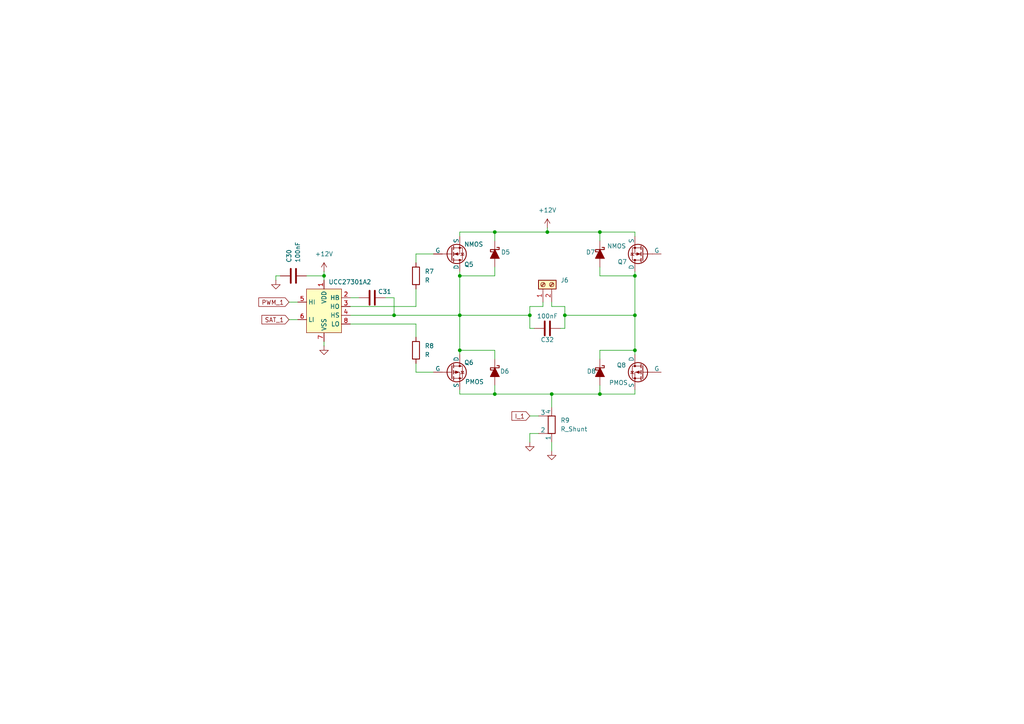
<source format=kicad_sch>
(kicad_sch (version 20231120) (generator "eeschema") (generator_version "8.0")
  (paper "A4")
  (lib_symbols
    (symbol "Connector:Screw_Terminal_01x02" (pin_names (offset 1.016) hide)
      (property "Reference" "J" (at 0 2.54 0))
      (property "Value" "Screw_Terminal_01x02" (at 0 -5.08 0))
      (symbol "Screw_Terminal_01x02_1_1"
        (rectangle (start -1.27 1.27) (end 1.27 -3.81) (stroke (width 0.254)) (fill (type background)))
        (circle (center 0 -2.54) (radius 0.635) (stroke (width 0.1524)))
        (polyline (pts (xy -0.5334 -2.2098) (xy 0.3302 -3.048)) (stroke (width 0.1524)))
        (polyline (pts (xy -0.5334 0.3302) (xy 0.3302 -0.508)) (stroke (width 0.1524)))
        (polyline (pts (xy -0.3556 -2.032) (xy 0.508 -2.8702)) (stroke (width 0.1524)))
        (polyline (pts (xy -0.3556 0.508) (xy 0.508 -0.3302)) (stroke (width 0.1524)))
        (circle (center 0 0) (radius 0.635) (stroke (width 0.1524)))
        (pin passive line (at -5.08 0 0) (length 3.81) (name "Pin_1") (number "1"))
        (pin passive line (at -5.08 -2.54 0) (length 3.81) (name "Pin_2") (number "2"))
      )
    )
    (symbol "Device:C" (pin_numbers hide) (pin_names (offset 0.254))
      (property "Reference" "C" (at 0.635 2.54 0))
      (property "Value" "C" (at 0.635 -2.54 0))
      (symbol "C_0_1"
        (polyline (pts (xy -2.032 -0.762) (xy 2.032 -0.762)) (stroke (width 0.508)))
        (polyline (pts (xy -2.032 0.762) (xy 2.032 0.762)) (stroke (width 0.508)))
      )
      (symbol "C_1_1"
        (pin passive line (at 0 3.81 270) (length 2.794) (name "~") (number "1"))
        (pin passive line (at 0 -3.81 90) (length 2.794) (name "~") (number "2"))
      )
    )
    (symbol "Device:D_Schottky_Filled" (pin_numbers hide) (pin_names (offset 1.016) hide)
      (property "Reference" "D" (at 0 2.54 0))
      (property "Value" "D_Schottky_Filled" (at 0 -2.54 0))
      (symbol "D_Schottky_Filled_0_1"
        (polyline (pts (xy 1.27 0) (xy -1.27 0)))
        (polyline (pts (xy 1.27 1.27) (xy 1.27 -1.27) (xy -1.27 0) (xy 1.27 1.27)) (stroke (width 0.254)) (fill (type outline)))
        (polyline (pts (xy -1.905 0.635) (xy -1.905 1.27) (xy -1.27 1.27) (xy -1.27 -1.27) (xy -0.635 -1.27) (xy -0.635 -0.635)) (stroke (width 0.254)))
      )
      (symbol "D_Schottky_Filled_1_1"
        (pin passive line (at -3.81 0 0) (length 2.54) (name "K") (number "1"))
        (pin passive line (at 3.81 0 180) (length 2.54) (name "A") (number "2"))
      )
    )
    (symbol "Device:R" (pin_numbers hide) (pin_names (offset 0))
      (property "Reference" "R" (at 2.032 0 90))
      (property "Value" "R" (at 0 0 90))
      (symbol "R_0_1"
        (rectangle (start -1.016 -2.54) (end 1.016 2.54) (stroke (width 0.254)))
      )
      (symbol "R_1_1"
        (pin passive line (at 0 3.81 270) (length 1.27) (name "~") (number "1"))
        (pin passive line (at 0 -3.81 90) (length 1.27) (name "~") (number "2"))
      )
    )
    (symbol "Device:R_Shunt" (pin_numbers hide) (pin_names (offset 0))
      (property "Reference" "R" (at -4.445 0 90))
      (property "Value" "R_Shunt" (at -2.54 0 90))
      (symbol "R_Shunt_0_1"
        (rectangle (start -1.016 -2.54) (end 1.016 2.54) (stroke (width 0.254)))
        (polyline (pts (xy 0 -2.54) (xy 1.27 -2.54)))
        (polyline (pts (xy 1.27 2.54) (xy 0 2.54)))
      )
      (symbol "R_Shunt_1_1"
        (pin passive line (at 0 5.08 270) (length 2.54) (name "1") (number "1"))
        (pin passive line (at 3.81 2.54 180) (length 2.54) (name "2") (number "2"))
        (pin passive line (at 3.81 -2.54 180) (length 2.54) (name "3") (number "3"))
        (pin passive line (at 0 -5.08 90) (length 2.54) (name "4") (number "4"))
      )
    )
    (symbol "Driver_FET:UCC27301A"
      (property "Reference" "UCC27301A" (at 7.112 -16.764 0))
      (property "Value" "U" (at 0 0 0))
      (symbol "UCC27301A_1_1"
        (rectangle (start -5.08 -2.54) (end 5.08 -15.24) (fill (type background)))
        (pin power_in line (at 0 0 270) (length 2.54) (name "VDD") (number "1"))
        (pin power_in line (at 7.62 -5.08 180) (length 2.54) (name "HB") (number "2"))
        (pin output line (at 7.62 -7.62 180) (length 2.54) (name "HO") (number "3"))
        (pin output line (at 7.62 -10.16 180) (length 2.54) (name "HS") (number "4"))
        (pin power_in line (at -7.62 -6.35 0) (length 2.54) (name "HI") (number "5"))
        (pin input line (at -7.62 -11.43 0) (length 2.54) (name "LI") (number "6"))
        (pin power_out line (at 0 -17.78 90) (length 2.54) (name "VSS") (number "7"))
        (pin output line (at 7.62 -12.7 180) (length 2.54) (name "LO") (number "8"))
      )
    )
    (symbol "Simulation_SPICE:NMOS" (pin_numbers hide) (pin_names (offset 0))
      (property "Reference" "Q" (at 5.08 1.27 0))
      (property "Value" "NMOS" (at 5.08 -1.27 0))
      (symbol "NMOS_0_1"
        (polyline (pts (xy 0.254 0) (xy -2.54 0)))
        (polyline (pts (xy 0.254 1.905) (xy 0.254 -1.905)) (stroke (width 0.254)))
        (polyline (pts (xy 0.762 -1.27) (xy 0.762 -2.286)) (stroke (width 0.254)))
        (polyline (pts (xy 0.762 0.508) (xy 0.762 -0.508)) (stroke (width 0.254)))
        (polyline (pts (xy 0.762 2.286) (xy 0.762 1.27)) (stroke (width 0.254)))
        (polyline (pts (xy 2.54 2.54) (xy 2.54 1.778)))
        (polyline (pts (xy 2.54 -2.54) (xy 2.54 0) (xy 0.762 0)))
        (polyline (pts (xy 0.762 -1.778) (xy 3.302 -1.778) (xy 3.302 1.778) (xy 0.762 1.778)))
        (polyline (pts (xy 1.016 0) (xy 2.032 0.381) (xy 2.032 -0.381) (xy 1.016 0)) (fill (type outline)))
        (polyline (pts (xy 2.794 0.508) (xy 2.921 0.381) (xy 3.683 0.381) (xy 3.81 0.254)))
        (polyline (pts (xy 3.302 0.381) (xy 2.921 -0.254) (xy 3.683 -0.254) (xy 3.302 0.381)))
        (circle (center 1.651 0) (radius 2.794) (stroke (width 0.254)))
        (circle (center 2.54 -1.778) (radius 0.254) (fill (type outline)))
        (circle (center 2.54 1.778) (radius 0.254) (fill (type outline)))
      )
      (symbol "NMOS_1_1"
        (pin passive line (at 2.54 5.08 270) (length 2.54) (name "D") (number "1"))
        (pin input line (at -5.08 0 0) (length 2.54) (name "G") (number "2"))
        (pin passive line (at 2.54 -5.08 90) (length 2.54) (name "S") (number "3"))
      )
    )
    (symbol "Simulation_SPICE:PMOS" (pin_numbers hide) (pin_names (offset 0))
      (property "Reference" "Q" (at 5.08 1.27 0))
      (property "Value" "PMOS" (at 5.08 -1.27 0))
      (symbol "PMOS_0_1"
        (polyline (pts (xy 0.254 0) (xy -2.54 0)))
        (polyline (pts (xy 0.254 1.905) (xy 0.254 -1.905)) (stroke (width 0.254)))
        (polyline (pts (xy 0.762 -1.27) (xy 0.762 -2.286)) (stroke (width 0.254)))
        (polyline (pts (xy 0.762 0.508) (xy 0.762 -0.508)) (stroke (width 0.254)))
        (polyline (pts (xy 0.762 2.286) (xy 0.762 1.27)) (stroke (width 0.254)))
        (polyline (pts (xy 2.54 2.54) (xy 2.54 1.778)))
        (polyline (pts (xy 2.54 -2.54) (xy 2.54 0) (xy 0.762 0)))
        (polyline (pts (xy 0.762 1.778) (xy 3.302 1.778) (xy 3.302 -1.778) (xy 0.762 -1.778)))
        (polyline (pts (xy 2.286 0) (xy 1.27 0.381) (xy 1.27 -0.381) (xy 2.286 0)) (fill (type outline)))
        (polyline (pts (xy 2.794 -0.508) (xy 2.921 -0.381) (xy 3.683 -0.381) (xy 3.81 -0.254)))
        (polyline (pts (xy 3.302 -0.381) (xy 2.921 0.254) (xy 3.683 0.254) (xy 3.302 -0.381)))
        (circle (center 1.651 0) (radius 2.794) (stroke (width 0.254)))
        (circle (center 2.54 -1.778) (radius 0.254) (fill (type outline)))
        (circle (center 2.54 1.778) (radius 0.254) (fill (type outline)))
      )
      (symbol "PMOS_1_1"
        (pin passive line (at 2.54 5.08 270) (length 2.54) (name "D") (number "1"))
        (pin input line (at -5.08 0 0) (length 2.54) (name "G") (number "2"))
        (pin passive line (at 2.54 -5.08 90) (length 2.54) (name "S") (number "3"))
      )
    )
    (symbol "power:+12V" (power) (pin_numbers hide) (pin_names (offset 0) hide)
      (property "Value" "+12V" (at 0 3.556 0))
      (symbol "+12V_0_1"
        (polyline (pts (xy -0.762 1.27) (xy 0 2.54)))
        (polyline (pts (xy 0 0) (xy 0 2.54)))
        (polyline (pts (xy 0 2.54) (xy 0.762 1.27)))
      )
      (symbol "+12V_1_1"
        (pin power_in line (at 0 0 90) (length 0) (name "~") (number "1"))
      )
    )
    (symbol "power:GND" (power) (pin_numbers hide) (pin_names (offset 0) hide)
      (property "Value" "GND" (at 0 -3.81 0))
      (symbol "GND_0_1"
        (polyline (pts (xy 0 0) (xy 0 -1.27) (xy 1.27 -1.27) (xy 0 -2.54) (xy -1.27 -1.27) (xy 0 -1.27)))
      )
      (symbol "GND_1_1"
        (pin power_in line (at 0 0 270) (length 0) (name "~") (number "1"))
      )
    )
  )
  (junction (at 184.15 80.01))
  (junction (at 163.83 91.44))
  (junction (at 158.75 67.31))
  (junction (at 143.51 67.31))
  (junction (at 153.67 91.44))
  (junction (at 160.02 114.3))
  (junction (at 93.98 80.01))
  (junction (at 133.35 91.44))
  (junction (at 173.99 67.31))
  (junction (at 143.51 114.3))
  (junction (at 133.35 80.01))
  (junction (at 184.15 91.44))
  (junction (at 173.99 114.3))
  (junction (at 133.35 101.6))
  (junction (at 114.3 91.44))
  (junction (at 184.15 101.6))
  (wire (pts (xy 133.35 67.31) (xy 133.35 68.58)))
  (wire (pts (xy 184.15 114.3) (xy 184.15 113.03)))
  (wire (pts (xy 101.6 88.9) (xy 120.65 88.9)))
  (wire (pts (xy 153.67 120.65) (xy 156.21 120.65)))
  (wire (pts (xy 101.6 93.98) (xy 120.65 93.98)))
  (wire (pts (xy 83.82 87.63) (xy 86.36 87.63)))
  (wire (pts (xy 173.99 80.01) (xy 173.99 77.47)))
  (wire (pts (xy 143.51 101.6) (xy 143.51 104.14)))
  (wire (pts (xy 184.15 91.44) (xy 184.15 101.6)))
  (wire (pts (xy 143.51 114.3) (xy 160.02 114.3)))
  (wire (pts (xy 88.9 80.01) (xy 93.98 80.01)))
  (wire (pts (xy 143.51 67.31) (xy 133.35 67.31)))
  (wire (pts (xy 143.51 69.85) (xy 143.51 67.31)))
  (wire (pts (xy 143.51 114.3) (xy 133.35 114.3)))
  (wire (pts (xy 101.6 86.36) (xy 104.14 86.36)))
  (wire (pts (xy 143.51 80.01) (xy 133.35 80.01)))
  (wire (pts (xy 114.3 91.44) (xy 101.6 91.44)))
  (wire (pts (xy 160.02 128.27) (xy 160.02 130.81)))
  (wire (pts (xy 133.35 80.01) (xy 133.35 91.44)))
  (wire (pts (xy 125.73 107.95) (xy 120.65 107.95)))
  (wire (pts (xy 111.76 86.36) (xy 114.3 86.36)))
  (wire (pts (xy 125.73 73.66) (xy 120.65 73.66)))
  (wire (pts (xy 173.99 101.6) (xy 184.15 101.6)))
  (wire (pts (xy 143.51 111.76) (xy 143.51 114.3)))
  (wire (pts (xy 133.35 114.3) (xy 133.35 113.03)))
  (wire (pts (xy 163.83 88.9) (xy 160.02 88.9)))
  (wire (pts (xy 143.51 67.31) (xy 158.75 67.31)))
  (wire (pts (xy 133.35 78.74) (xy 133.35 80.01)))
  (wire (pts (xy 83.82 92.71) (xy 86.36 92.71)))
  (wire (pts (xy 184.15 80.01) (xy 173.99 80.01)))
  (wire (pts (xy 163.83 91.44) (xy 163.83 88.9)))
  (wire (pts (xy 143.51 77.47) (xy 143.51 80.01)))
  (wire (pts (xy 173.99 104.14) (xy 173.99 101.6)))
  (wire (pts (xy 80.01 80.01) (xy 80.01 81.28)))
  (wire (pts (xy 173.99 67.31) (xy 184.15 67.31)))
  (wire (pts (xy 114.3 86.36) (xy 114.3 91.44)))
  (wire (pts (xy 133.35 101.6) (xy 133.35 102.87)))
  (wire (pts (xy 133.35 91.44) (xy 133.35 101.6)))
  (wire (pts (xy 173.99 111.76) (xy 173.99 114.3)))
  (wire (pts (xy 158.75 66.04) (xy 158.75 67.31)))
  (wire (pts (xy 184.15 80.01) (xy 184.15 91.44)))
  (wire (pts (xy 93.98 99.06) (xy 93.98 100.33)))
  (wire (pts (xy 153.67 88.9) (xy 157.48 88.9)))
  (wire (pts (xy 184.15 67.31) (xy 184.15 68.58)))
  (wire (pts (xy 120.65 73.66) (xy 120.65 76.2)))
  (wire (pts (xy 184.15 78.74) (xy 184.15 80.01)))
  (wire (pts (xy 153.67 95.25) (xy 153.67 91.44)))
  (wire (pts (xy 160.02 88.9) (xy 160.02 87.63)))
  (wire (pts (xy 157.48 88.9) (xy 157.48 87.63)))
  (wire (pts (xy 153.67 125.73) (xy 153.67 128.27)))
  (wire (pts (xy 173.99 69.85) (xy 173.99 67.31)))
  (wire (pts (xy 173.99 114.3) (xy 184.15 114.3)))
  (wire (pts (xy 120.65 107.95) (xy 120.65 105.41)))
  (wire (pts (xy 81.28 80.01) (xy 80.01 80.01)))
  (wire (pts (xy 184.15 91.44) (xy 163.83 91.44)))
  (wire (pts (xy 93.98 80.01) (xy 93.98 81.28)))
  (wire (pts (xy 184.15 101.6) (xy 184.15 102.87)))
  (wire (pts (xy 156.21 125.73) (xy 153.67 125.73)))
  (wire (pts (xy 114.3 91.44) (xy 133.35 91.44)))
  (wire (pts (xy 133.35 91.44) (xy 153.67 91.44)))
  (wire (pts (xy 162.56 95.25) (xy 163.83 95.25)))
  (wire (pts (xy 158.75 67.31) (xy 173.99 67.31)))
  (wire (pts (xy 153.67 91.44) (xy 153.67 88.9)))
  (wire (pts (xy 133.35 101.6) (xy 143.51 101.6)))
  (wire (pts (xy 120.65 88.9) (xy 120.65 83.82)))
  (wire (pts (xy 93.98 78.74) (xy 93.98 80.01)))
  (wire (pts (xy 154.94 95.25) (xy 153.67 95.25)))
  (wire (pts (xy 160.02 114.3) (xy 160.02 118.11)))
  (wire (pts (xy 160.02 114.3) (xy 173.99 114.3)))
  (wire (pts (xy 163.83 95.25) (xy 163.83 91.44)))
  (wire (pts (xy 120.65 93.98) (xy 120.65 97.79)))
  (global_label "SAT_1" (shape input) (at 83.82 92.71 180) (property "Intersheetrefs" "${INTERSHEET_REFS}" (effects (hide yes))))
  (global_label "PWM_1" (shape input) (at 83.82 87.63 180) (property "Intersheetrefs" "${INTERSHEET_REFS}" (effects (hide yes))))
  (global_label "I_1" (shape input) (at 153.67 120.65 180) (property "Intersheetrefs" "${INTERSHEET_REFS}" (effects (hide yes))))
  (symbol (lib_id "Device:C") (at 107.95 86.36 270) (unit 1)
    (property "Reference" "C31" (at 113.538 84.582 90) (effects (justify right)))
    (property "Value" "100nF" (effects (hide yes)))
    (property "Description" "Unpolarized capacitor" (effects (hide yes)))
  )
  (symbol (lib_id "Device:D_Schottky_Filled") (at 173.99 107.95 270) (unit 1)
    (property "Reference" "D8" (at 170.18 107.696 90) (effects (justify left)))
    (property "Value" "D_Schottky_Filled" (effects (hide yes)))
    (property "Description" "Schottky diode, filled shape" (effects (hide yes)))
  )
  (symbol (lib_id "Device:D_Schottky_Filled") (at 143.51 73.66 270) (unit 1)
    (property "Reference" "D5" (at 145.288 73.152 90) (effects (justify left)))
    (property "Value" "D_Schottky_Filled" (effects (hide yes)))
    (property "Description" "Schottky diode, filled shape" (effects (hide yes)))
  )
  (symbol (lib_id "power:+12V") (at 93.98 78.74 0) (unit 1)
    (property "Reference" "#PWR049" (effects (hide yes)))
    (property "Value" "+12V" (at 93.98 73.66 0))
    (property "Description" "Power symbol creates a global label with name \"+12V\"" (effects (hide yes)))
  )
  (symbol (lib_id "Device:D_Schottky_Filled") (at 143.51 107.95 270) (unit 1)
    (property "Reference" "D6" (at 145.034 107.696 90) (effects (justify left)))
    (property "Value" "D_Schottky_Filled" (effects (hide yes)))
    (property "Description" "Schottky diode, filled shape" (effects (hide yes)))
  )
  (symbol (lib_id "power:GND") (at 80.01 81.28 0) (unit 1)
    (property "Reference" "#PWR048" (effects (hide yes)))
    (property "Value" "GND" (effects (hide yes)))
    (property "Description" "Power symbol creates a global label with name \"GND\" , ground" (effects (hide yes)))
  )
  (symbol (lib_id "Device:D_Schottky_Filled") (at 173.99 73.66 270) (unit 1)
    (property "Reference" "D7" (at 169.926 73.152 90) (effects (justify left)))
    (property "Value" "D_Schottky_Filled" (effects (hide yes)))
    (property "Description" "Schottky diode, filled shape" (effects (hide yes)))
  )
  (symbol (lib_id "Device:R") (at 120.65 101.6 0) (unit 1)
    (property "Reference" "R8" (at 123.19 100.3299 0) (effects (justify left)))
    (property "Value" "R" (at 123.19 102.8699 0) (effects (justify left)))
    (property "Description" "Resistor" (effects (hide yes)))
  )
  (symbol (lib_id "Simulation_SPICE:NMOS") (at 186.69 73.66 180) (unit 1)
    (property "Reference" "Q7" (at 181.864 75.946 0) (effects (justify left)))
    (property "Value" "NMOS" (at 181.61 71.374 0) (effects (justify left)))
    (property "Datasheet" "https://ngspice.sourceforge.io/docs/ngspice-html-manual/manual.xhtml#cha_MOSFETs" (effects (hide yes)))
    (property "Description" "N-MOSFET transistor, drain/source/gate" (effects (hide yes)))
    (property "Sim.Device" "NMOS" (effects (hide yes)))
    (property "Sim.Type" "VDMOS" (effects (hide yes)))
    (property "Sim.Pins" "1=D 2=G 3=S" (effects (hide yes)))
  )
  (symbol (lib_id "power:GND") (at 153.67 128.27 0) (unit 1)
    (property "Reference" "#PWR051" (effects (hide yes)))
    (property "Value" "GND" (effects (hide yes)))
    (property "Description" "Power symbol creates a global label with name \"GND\" , ground" (effects (hide yes)))
  )
  (symbol (lib_id "power:GND") (at 160.02 130.81 0) (unit 1)
    (property "Reference" "#PWR053" (effects (hide yes)))
    (property "Value" "GND" (effects (hide yes)))
    (property "Description" "Power symbol creates a global label with name \"GND\" , ground" (effects (hide yes)))
  )
  (symbol (lib_id "Device:C") (at 158.75 95.25 90) (unit 1)
    (property "Reference" "C32" (at 158.75 98.552 90))
    (property "Value" "100nF" (at 158.75 91.694 90))
    (property "Description" "Unpolarized capacitor" (effects (hide yes)))
  )
  (symbol (lib_id "Simulation_SPICE:PMOS") (at 130.81 107.95 0) (unit 1)
    (property "Reference" "Q6" (at 134.62 105.156 0) (effects (justify left)))
    (property "Value" "PMOS" (at 134.874 110.744 0) (effects (justify left)))
    (property "Datasheet" "https://ngspice.sourceforge.io/docs/ngspice-html-manual/manual.xhtml#cha_MOSFETs" (effects (hide yes)))
    (property "Description" "P-MOSFET transistor, drain/source/gate" (effects (hide yes)))
    (property "Sim.Device" "PMOS" (effects (hide yes)))
    (property "Sim.Type" "VDMOS" (effects (hide yes)))
    (property "Sim.Pins" "1=D 2=G 3=S" (effects (hide yes)))
  )
  (symbol (lib_id "Driver_FET:UCC27301A") (at 93.98 81.28 0) (unit 1)
    (property "Reference" "UCC27301A2" (at 95.25 81.788 0) (effects (justify left)))
    (property "Value" "U" (effects (hide yes)))
    (property "Description" "UCC27301A 120V, 3.7A/4.5A Half-Bridge Driver with 8V UVLO, Interlock and Enable" (effects (hide yes)))
  )
  (symbol (lib_id "power:+12V") (at 158.75 66.04 0) (unit 1)
    (property "Reference" "#PWR052" (effects (hide yes)))
    (property "Value" "+12V" (at 158.75 60.96 0))
    (property "Description" "Power symbol creates a global label with name \"+12V\"" (effects (hide yes)))
  )
  (symbol (lib_id "Device:C") (at 85.09 80.01 270) (unit 1)
    (property "Reference" "C30" (at 83.8199 76.2 0) (effects (justify right)))
    (property "Value" "100nF" (at 86.3599 76.2 0) (effects (justify right)))
    (property "Description" "Unpolarized capacitor" (effects (hide yes)))
  )
  (symbol (lib_id "Simulation_SPICE:PMOS") (at 186.69 107.95 0) (mirror y) (unit 1)
    (property "Reference" "Q8" (at 181.61 105.918 0) (effects (justify left)))
    (property "Value" "PMOS" (at 182.118 110.998 0) (effects (justify left)))
    (property "Datasheet" "https://ngspice.sourceforge.io/docs/ngspice-html-manual/manual.xhtml#cha_MOSFETs" (effects (hide yes)))
    (property "Description" "P-MOSFET transistor, drain/source/gate" (effects (hide yes)))
    (property "Sim.Device" "PMOS" (effects (hide yes)))
    (property "Sim.Type" "VDMOS" (effects (hide yes)))
    (property "Sim.Pins" "1=D 2=G 3=S" (effects (hide yes)))
  )
  (symbol (lib_id "Simulation_SPICE:NMOS") (at 130.81 73.66 0) (mirror x) (unit 1)
    (property "Reference" "Q5" (at 134.62 76.708 0) (effects (justify left)))
    (property "Value" "NMOS" (at 134.62 70.866 0) (effects (justify left)))
    (property "Datasheet" "https://ngspice.sourceforge.io/docs/ngspice-html-manual/manual.xhtml#cha_MOSFETs" (effects (hide yes)))
    (property "Description" "N-MOSFET transistor, drain/source/gate" (effects (hide yes)))
    (property "Sim.Device" "NMOS" (effects (hide yes)))
    (property "Sim.Type" "VDMOS" (effects (hide yes)))
    (property "Sim.Pins" "1=D 2=G 3=S" (effects (hide yes)))
  )
  (symbol (lib_id "power:GND") (at 93.98 100.33 0) (unit 1)
    (property "Reference" "#PWR050" (effects (hide yes)))
    (property "Value" "GND" (effects (hide yes)))
    (property "Description" "Power symbol creates a global label with name \"GND\" , ground" (effects (hide yes)))
  )
  (symbol (lib_id "Device:R_Shunt") (at 160.02 123.19 180) (unit 1)
    (property "Reference" "R9" (at 162.56 121.9199 0) (effects (justify right)))
    (property "Value" "R_Shunt" (at 162.56 124.4599 0) (effects (justify right)))
    (property "Description" "Shunt resistor" (effects (hide yes)))
  )
  (symbol (lib_id "Device:R") (at 120.65 80.01 0) (unit 1)
    (property "Reference" "R7" (at 123.19 78.7399 0) (effects (justify left)))
    (property "Value" "R" (at 123.19 81.2799 0) (effects (justify left)))
    (property "Description" "Resistor" (effects (hide yes)))
  )
  (symbol (lib_id "Connector:Screw_Terminal_01x02") (at 157.48 82.55 90) (unit 1)
    (property "Reference" "J6" (at 162.56 81.2799 90) (effects (justify right)))
    (property "Value" "Screw_Terminal_01x02" (effects (hide yes)))
    (property "Description" "Generic screw terminal, single row, 01x02, script generated (kicad-library-utils/schlib/autogen/connector/)" (effects (hide yes)))
  )
)
</source>
